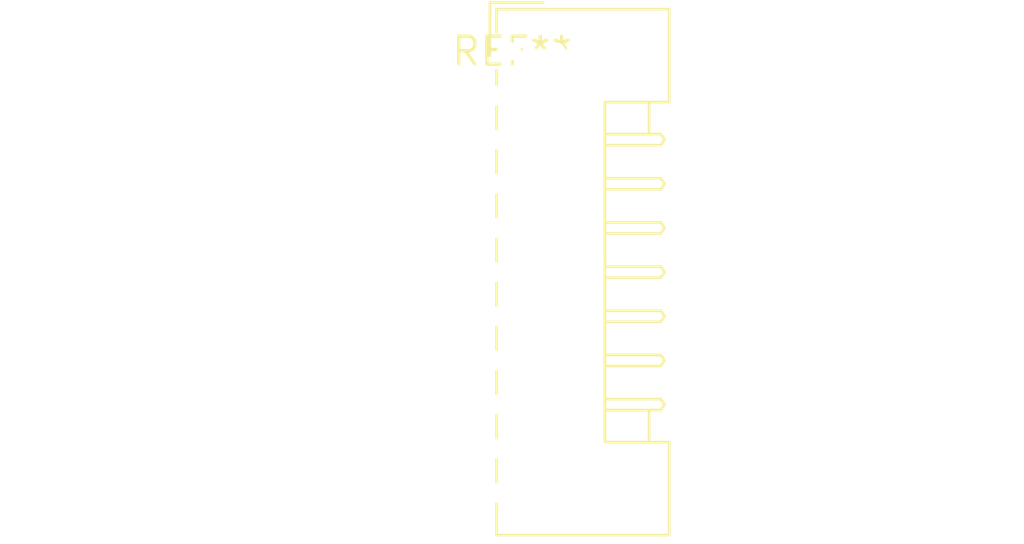
<source format=kicad_pcb>
(kicad_pcb (version 20240108) (generator pcbnew)
  (layers (0 "F.Cu" signal) (31 "B.Cu" signal) (34 "B.Paste" user) (35 "F.Paste" user) (36 "B.SilkS" user "B.Silkscreen") (37 "F.SilkS" user "F.Silkscreen") (38 "B.Mask" user) (39 "F.Mask" user) (44 "Edge.Cuts" user))
  (net 0 "")
  (footprint "JAE_LY20-22P-DLT1_2x11_P2.00mm_Horizontal" (layer "F.Cu") (at 0 0)
    (property "Reference" "REF**")
    (property "Value" "JAE_LY20-22P-DLT1_2x11_P2.00mm_Horizontal")
    (fp_line (start -1.01 -2.21) (end -1.01 0.2) (layer "F.SilkS") (stroke (width 0.12)))
    (fp_line (start -0.71 -1.91) (end -0.71 -0.86) (layer "F.SilkS") (stroke (width 0.12)))
    (fp_line (start -0.71 -1.91) (end 7.11 -1.91) (layer "F.SilkS") (stroke (width 0.12)))
    (fp_line (start -0.71 0.86) (end -0.71 1.514717) (layer "F.SilkS") (stroke (width 0.12)))
    (fp_line (start -0.71 2.485283) (end -0.71 3.514717) (layer "F.SilkS") (stroke (width 0.12)))
    (fp_line (start -0.71 4.485283) (end -0.71 5.514717) (layer "F.SilkS") (stroke (width 0.12)))
    (fp_line (start -0.71 6.485283) (end -0.71 7.514717) (layer "F.SilkS") (stroke (width 0.12)))
    (fp_line (start -0.71 8.485283) (end -0.71 9.514717) (layer "F.SilkS") (stroke (width 0.12)))
    (fp_line (start -0.71 10.485283) (end -0.71 11.514717) (layer "F.SilkS") (stroke (width 0.12)))
    (fp_line (start -0.71 12.485283) (end -0.71 13.514717) (layer "F.SilkS") (stroke (width 0.12)))
    (fp_line (start -0.71 14.485283) (end -0.71 15.514717) (layer "F.SilkS") (stroke (width 0.12)))
    (fp_line (start -0.71 16.485283) (end -0.71 17.514717) (layer "F.SilkS") (stroke (width 0.12)))
    (fp_line (start -0.71 18.485283) (end -0.71 19.514717) (layer "F.SilkS") (stroke (width 0.12)))
    (fp_line (start -0.71 20.485283) (end -0.71 21.91) (layer "F.SilkS") (stroke (width 0.12)))
    (fp_line (start -0.71 21.91) (end 7.11 21.91) (layer "F.SilkS") (stroke (width 0.12)))
    (fp_line (start 1.4 -2.21) (end -1.01 -2.21) (layer "F.SilkS") (stroke (width 0.12)))
    (fp_line (start 4.2 2.3) (end 4.2 10) (layer "F.SilkS") (stroke (width 0.12)))
    (fp_line (start 4.2 3.75) (end 6.733333 3.75) (layer "F.SilkS") (stroke (width 0.12)))
    (fp_line (start 4.2 5.75) (end 6.733333 5.75) (layer "F.SilkS") (stroke (width 0.12)))
    (fp_line (start 4.2 7.75) (end 6.733333 7.75) (layer "F.SilkS") (stroke (width 0.12)))
    (fp_line (start 4.2 9.75) (end 6.733333 9.75) (layer "F.SilkS") (stroke (width 0.12)))
    (fp_line (start 4.2 11.75) (end 6.733333 11.75) (layer "F.SilkS") (stroke (width 0.12)))
    (fp_line (start 4.2 13.75) (end 6.733333 13.75) (layer "F.SilkS") (stroke (width 0.12)))
    (fp_line (start 4.2 15.75) (end 6.733333 15.75) (layer "F.SilkS") (stroke (width 0.12)))
    (fp_line (start 4.2 17.7) (end 4.2 10) (layer "F.SilkS") (stroke (width 0.12)))
    (fp_line (start 6.2 2.3) (end 6.2 3.75) (layer "F.SilkS") (stroke (width 0.12)))
    (fp_line (start 6.2 17.7) (end 6.2 16.25) (layer "F.SilkS") (stroke (width 0.12)))
    (fp_line (start 6.733333 3.75) (end 6.9 4) (layer "F.SilkS") (stroke (width 0.12)))
    (fp_line (start 6.733333 4.25) (end 4.2 4.25) (layer "F.SilkS") (stroke (width 0.12)))
    (fp_line (start 6.733333 5.75) (end 6.9 6) (layer "F.SilkS") (stroke (width 0.12)))
    (fp_line (start 6.733333 6.25) (end 4.2 6.25) (layer "F.SilkS") (stroke (width 0.12)))
    (fp_line (start 6.733333 7.75) (end 6.9 8) (layer "F.SilkS") (stroke (width 0.12)))
    (fp_line (start 6.733333 8.25) (end 4.2 8.25) (layer "F.SilkS") (stroke (width 0.12)))
    (fp_line (start 6.733333 9.75) (end 6.9 10) (layer "F.SilkS") (stroke (width 0.12)))
    (fp_line (start 6.733333 10.25) (end 4.2 10.25) (layer "F.SilkS") (stroke (width 0.12)))
    (fp_line (start 6.733333 11.75) (end 6.9 12) (layer "F.SilkS") (stroke (width 0.12)))
    (fp_line (start 6.733333 12.25) (end 4.2 12.25) (layer "F.SilkS") (stroke (width 0.12)))
    (fp_line (start 6.733333 13.75) (end 6.9 14) (layer "F.SilkS") (stroke (width 0.12)))
    (fp_line (start 6.733333 14.25) (end 4.2 14.25) (layer "F.SilkS") (stroke (width 0.12)))
    (fp_line (start 6.733333 15.75) (end 6.9 16) (layer "F.SilkS") (stroke (width 0.12)))
    (fp_line (start 6.733333 16.25) (end 4.2 16.25) (layer "F.SilkS") (stroke (width 0.12)))
    (fp_line (start 6.9 4) (end 6.733333 4.25) (layer "F.SilkS") (stroke (width 0.12)))
    (fp_line (start 6.9 6) (end 6.733333 6.25) (layer "F.SilkS") (stroke (width 0.12)))
    (fp_line (start 6.9 8) (end 6.733333 8.25) (layer "F.SilkS") (stroke (width 0.12)))
    (fp_line (start 6.9 10) (end 6.733333 10.25) (layer "F.SilkS") (stroke (width 0.12)))
    (fp_line (start 6.9 12) (end 6.733333 12.25) (layer "F.SilkS") (stroke (width 0.12)))
    (fp_line (start 6.9 14) (end 6.733333 14.25) (layer "F.SilkS") (stroke (width 0.12)))
    (fp_line (start 6.9 16) (end 6.733333 16.25) (layer "F.SilkS") (stroke (width 0.12)))
    (fp_line (start 7.11 -1.91) (end 7.11 2.3) (layer "F.SilkS") (stroke (width 0.12)))
    (fp_line (start 7.11 2.3) (end 4.2 2.3) (layer "F.SilkS") (stroke (width 0.12)))
    (fp_line (start 7.11 17.7) (end 4.2 17.7) (layer "F.SilkS") (stroke (width 0.12)))
    (fp_line (start 7.11 21.91) (end 7.11 17.7) (layer "F.SilkS") (stroke (width 0.12)))
    (pad "a1" thru_hole roundrect (at 0 0) (size 1.2 1.2) (drill 0.8) (layers *.Cu *.Mask) (remove_unused_layers) (roundrect_rratio 0.208333))
    (pad "a2" thru_hole circle (at 0 2) (size 1.2 1.2) (drill 0.8) (layers *.Cu *.Mask) (remove_unused_layers))
    (pad "a3" thru_hole circle (at 0 4) (size 1.2 1.2) (drill 0.8) (layers *.Cu *.Mask) (remove_unused_layers))
    (pad "a4" thru_hole circle (at 0 6) (size 1.2 1.2) (drill 0.8) (layers *.Cu *.Mask) (remove_unused_layers))
    (pad "a5" thru_hole circle (at 0 8) (size 1.2 1.2) (drill 0.8) (layers *.Cu *.Mask) (remove_unused_layers))
    (pad "a6" thru_hole circle (at 0 10) (size 1.2 1.2) (drill 0.8) (layers *.Cu *.Mask) (remove_unused_layers))
    (pad "a7" thru_hole circle (at 0 12) (size 1.2 1.2) (drill 0.8) (layers *.Cu *.Mask) (remove_unused_layers))
    (pad "a8" thru_hole circle (at 0 14) (size 1.2 1.2) (drill 0.8) (layers *.Cu *.Mask) (remove_unused_layers))
    (pad "a9" thru_hole circle (at 0 16) (size 1.2 1.2) (drill 0.8) (layers *.Cu *.Mask) (remove_unused_layers))
    (pad "a10" thru_hole circle (at 0 18) (size 1.2 1.2) (drill 0.8) (layers *.Cu *.Mask) (remove_unused_layers))
    (pad "a11" thru_hole circle (at 0 20) (size 1.2 1.2) (drill 0.8) (layers *.Cu *.Mask) (remove_unused_layers))
    (pad "b1" thru_hole circle (at 2 0) (size 1.2 1.2) (drill 0.8) (layers *.Cu *.Mask) (remove_unused_layers))
    (pad "b2" thru_hole circle (at 2 2) (size 1.2 1.2) (drill 0.8) (layers *.Cu *.Mask) (remove_unused_layers))
    (pad "b3" thru_hole circle (at 2 4) (size 1.2 1.2) (drill 0.8) (layers *.Cu *.Mask) (remove_unused_layers))
    (pad "b4" thru_hole circle (at 2 6) (size 1.2 1.2) (drill 0.8) (layers *.Cu *.Mask) (remove_unused_layers))
    (pad "b5" thru_hole circle (at 2 8) (size 1.2 1.2) (drill 0.8) (layers *.Cu *.Mask) (remove_unused_layers))
    (pad "b6" thru_hole circle (at 2 10) (size 1.2 1.2) (drill 0.8) (layers *.Cu *.Mask) (remove_unused_layers))
    (pad "b7" thru_hole circle (at 2 12) (size 1.2 1.2) (drill 0.8) (layers *.Cu *.Mask) (remove_unused_layers))
    (pad "b8" thru_hole circle (at 2 14) (size 1.2 1.2) (drill 0.8) (layers *.Cu *.Mask) (remove_unused_layers))
    (pad "b9" thru_hole circle (at 2 16) (size 1.2 1.2) (drill 0.8) (layers *.Cu *.Mask) (remove_unused_layers))
    (pad "b10" thru_hole circle (at 2 18) (size 1.2 1.2) (drill 0.8) (layers *.Cu *.Mask) (remove_unused_layers))
    (pad "b11" thru_hole circle (at 2 20) (size 1.2 1.2) (drill 0.8) (layers *.Cu *.Mask) (remove_unused_layers))
  )
)
</source>
